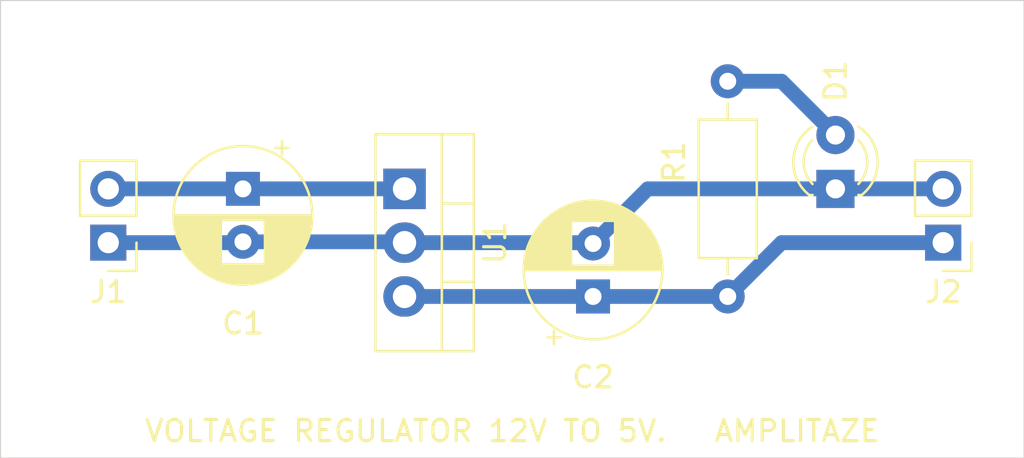
<source format=kicad_pcb>
(kicad_pcb (version 20171130) (host pcbnew "(5.1.10)-1")

  (general
    (thickness 1.6)
    (drawings 5)
    (tracks 17)
    (zones 0)
    (modules 7)
    (nets 5)
  )

  (page A4)
  (layers
    (0 F.Cu signal)
    (31 B.Cu signal)
    (32 B.Adhes user)
    (33 F.Adhes user)
    (34 B.Paste user)
    (35 F.Paste user)
    (36 B.SilkS user)
    (37 F.SilkS user)
    (38 B.Mask user)
    (39 F.Mask user)
    (40 Dwgs.User user)
    (41 Cmts.User user)
    (42 Eco1.User user)
    (43 Eco2.User user)
    (44 Edge.Cuts user)
    (45 Margin user)
    (46 B.CrtYd user)
    (47 F.CrtYd user hide)
    (48 B.Fab user)
    (49 F.Fab user hide)
  )

  (setup
    (last_trace_width 0.25)
    (user_trace_width 0.5)
    (user_trace_width 0.7)
    (trace_clearance 0.2)
    (zone_clearance 0.508)
    (zone_45_only no)
    (trace_min 0.2)
    (via_size 0.8)
    (via_drill 0.4)
    (via_min_size 0.4)
    (via_min_drill 0.3)
    (uvia_size 0.3)
    (uvia_drill 0.1)
    (uvias_allowed no)
    (uvia_min_size 0.2)
    (uvia_min_drill 0.1)
    (edge_width 0.05)
    (segment_width 0.2)
    (pcb_text_width 0.3)
    (pcb_text_size 1.5 1.5)
    (mod_edge_width 0.12)
    (mod_text_size 1 1)
    (mod_text_width 0.15)
    (pad_size 1.524 1.524)
    (pad_drill 0.762)
    (pad_to_mask_clearance 0)
    (aux_axis_origin 0 0)
    (visible_elements 7FFFFFFF)
    (pcbplotparams
      (layerselection 0x010fc_ffffffff)
      (usegerberextensions false)
      (usegerberattributes true)
      (usegerberadvancedattributes true)
      (creategerberjobfile true)
      (excludeedgelayer true)
      (linewidth 0.100000)
      (plotframeref false)
      (viasonmask false)
      (mode 1)
      (useauxorigin false)
      (hpglpennumber 1)
      (hpglpenspeed 20)
      (hpglpendiameter 15.000000)
      (psnegative false)
      (psa4output false)
      (plotreference true)
      (plotvalue true)
      (plotinvisibletext false)
      (padsonsilk false)
      (subtractmaskfromsilk false)
      (outputformat 1)
      (mirror false)
      (drillshape 1)
      (scaleselection 1)
      (outputdirectory ""))
  )

  (net 0 "")
  (net 1 GND)
  (net 2 +12V)
  (net 3 +5V)
  (net 4 "Net-(D1-Pad2)")

  (net_class Default "This is the default net class."
    (clearance 0.2)
    (trace_width 0.25)
    (via_dia 0.8)
    (via_drill 0.4)
    (uvia_dia 0.3)
    (uvia_drill 0.1)
    (add_net +12V)
    (add_net +5V)
    (add_net GND)
    (add_net "Net-(D1-Pad2)")
  )

  (module Capacitor_THT:CP_Radial_D6.3mm_P2.50mm (layer F.Cu) (tedit 5AE50EF0) (tstamp 60A95054)
    (at 120.65 91.44 270)
    (descr "CP, Radial series, Radial, pin pitch=2.50mm, , diameter=6.3mm, Electrolytic Capacitor")
    (tags "CP Radial series Radial pin pitch 2.50mm  diameter 6.3mm Electrolytic Capacitor")
    (path /60A8F510)
    (fp_text reference C1 (at 6.35 0 180) (layer F.SilkS)
      (effects (font (size 1 1) (thickness 0.15)))
    )
    (fp_text value CP1 (at 1.25 4.4 90) (layer F.Fab)
      (effects (font (size 1 1) (thickness 0.15)))
    )
    (fp_line (start -1.935241 -2.154) (end -1.935241 -1.524) (layer F.SilkS) (width 0.12))
    (fp_line (start -2.250241 -1.839) (end -1.620241 -1.839) (layer F.SilkS) (width 0.12))
    (fp_line (start 4.491 -0.402) (end 4.491 0.402) (layer F.SilkS) (width 0.12))
    (fp_line (start 4.451 -0.633) (end 4.451 0.633) (layer F.SilkS) (width 0.12))
    (fp_line (start 4.411 -0.802) (end 4.411 0.802) (layer F.SilkS) (width 0.12))
    (fp_line (start 4.371 -0.94) (end 4.371 0.94) (layer F.SilkS) (width 0.12))
    (fp_line (start 4.331 -1.059) (end 4.331 1.059) (layer F.SilkS) (width 0.12))
    (fp_line (start 4.291 -1.165) (end 4.291 1.165) (layer F.SilkS) (width 0.12))
    (fp_line (start 4.251 -1.262) (end 4.251 1.262) (layer F.SilkS) (width 0.12))
    (fp_line (start 4.211 -1.35) (end 4.211 1.35) (layer F.SilkS) (width 0.12))
    (fp_line (start 4.171 -1.432) (end 4.171 1.432) (layer F.SilkS) (width 0.12))
    (fp_line (start 4.131 -1.509) (end 4.131 1.509) (layer F.SilkS) (width 0.12))
    (fp_line (start 4.091 -1.581) (end 4.091 1.581) (layer F.SilkS) (width 0.12))
    (fp_line (start 4.051 -1.65) (end 4.051 1.65) (layer F.SilkS) (width 0.12))
    (fp_line (start 4.011 -1.714) (end 4.011 1.714) (layer F.SilkS) (width 0.12))
    (fp_line (start 3.971 -1.776) (end 3.971 1.776) (layer F.SilkS) (width 0.12))
    (fp_line (start 3.931 -1.834) (end 3.931 1.834) (layer F.SilkS) (width 0.12))
    (fp_line (start 3.891 -1.89) (end 3.891 1.89) (layer F.SilkS) (width 0.12))
    (fp_line (start 3.851 -1.944) (end 3.851 1.944) (layer F.SilkS) (width 0.12))
    (fp_line (start 3.811 -1.995) (end 3.811 1.995) (layer F.SilkS) (width 0.12))
    (fp_line (start 3.771 -2.044) (end 3.771 2.044) (layer F.SilkS) (width 0.12))
    (fp_line (start 3.731 -2.092) (end 3.731 2.092) (layer F.SilkS) (width 0.12))
    (fp_line (start 3.691 -2.137) (end 3.691 2.137) (layer F.SilkS) (width 0.12))
    (fp_line (start 3.651 -2.182) (end 3.651 2.182) (layer F.SilkS) (width 0.12))
    (fp_line (start 3.611 -2.224) (end 3.611 2.224) (layer F.SilkS) (width 0.12))
    (fp_line (start 3.571 -2.265) (end 3.571 2.265) (layer F.SilkS) (width 0.12))
    (fp_line (start 3.531 1.04) (end 3.531 2.305) (layer F.SilkS) (width 0.12))
    (fp_line (start 3.531 -2.305) (end 3.531 -1.04) (layer F.SilkS) (width 0.12))
    (fp_line (start 3.491 1.04) (end 3.491 2.343) (layer F.SilkS) (width 0.12))
    (fp_line (start 3.491 -2.343) (end 3.491 -1.04) (layer F.SilkS) (width 0.12))
    (fp_line (start 3.451 1.04) (end 3.451 2.38) (layer F.SilkS) (width 0.12))
    (fp_line (start 3.451 -2.38) (end 3.451 -1.04) (layer F.SilkS) (width 0.12))
    (fp_line (start 3.411 1.04) (end 3.411 2.416) (layer F.SilkS) (width 0.12))
    (fp_line (start 3.411 -2.416) (end 3.411 -1.04) (layer F.SilkS) (width 0.12))
    (fp_line (start 3.371 1.04) (end 3.371 2.45) (layer F.SilkS) (width 0.12))
    (fp_line (start 3.371 -2.45) (end 3.371 -1.04) (layer F.SilkS) (width 0.12))
    (fp_line (start 3.331 1.04) (end 3.331 2.484) (layer F.SilkS) (width 0.12))
    (fp_line (start 3.331 -2.484) (end 3.331 -1.04) (layer F.SilkS) (width 0.12))
    (fp_line (start 3.291 1.04) (end 3.291 2.516) (layer F.SilkS) (width 0.12))
    (fp_line (start 3.291 -2.516) (end 3.291 -1.04) (layer F.SilkS) (width 0.12))
    (fp_line (start 3.251 1.04) (end 3.251 2.548) (layer F.SilkS) (width 0.12))
    (fp_line (start 3.251 -2.548) (end 3.251 -1.04) (layer F.SilkS) (width 0.12))
    (fp_line (start 3.211 1.04) (end 3.211 2.578) (layer F.SilkS) (width 0.12))
    (fp_line (start 3.211 -2.578) (end 3.211 -1.04) (layer F.SilkS) (width 0.12))
    (fp_line (start 3.171 1.04) (end 3.171 2.607) (layer F.SilkS) (width 0.12))
    (fp_line (start 3.171 -2.607) (end 3.171 -1.04) (layer F.SilkS) (width 0.12))
    (fp_line (start 3.131 1.04) (end 3.131 2.636) (layer F.SilkS) (width 0.12))
    (fp_line (start 3.131 -2.636) (end 3.131 -1.04) (layer F.SilkS) (width 0.12))
    (fp_line (start 3.091 1.04) (end 3.091 2.664) (layer F.SilkS) (width 0.12))
    (fp_line (start 3.091 -2.664) (end 3.091 -1.04) (layer F.SilkS) (width 0.12))
    (fp_line (start 3.051 1.04) (end 3.051 2.69) (layer F.SilkS) (width 0.12))
    (fp_line (start 3.051 -2.69) (end 3.051 -1.04) (layer F.SilkS) (width 0.12))
    (fp_line (start 3.011 1.04) (end 3.011 2.716) (layer F.SilkS) (width 0.12))
    (fp_line (start 3.011 -2.716) (end 3.011 -1.04) (layer F.SilkS) (width 0.12))
    (fp_line (start 2.971 1.04) (end 2.971 2.742) (layer F.SilkS) (width 0.12))
    (fp_line (start 2.971 -2.742) (end 2.971 -1.04) (layer F.SilkS) (width 0.12))
    (fp_line (start 2.931 1.04) (end 2.931 2.766) (layer F.SilkS) (width 0.12))
    (fp_line (start 2.931 -2.766) (end 2.931 -1.04) (layer F.SilkS) (width 0.12))
    (fp_line (start 2.891 1.04) (end 2.891 2.79) (layer F.SilkS) (width 0.12))
    (fp_line (start 2.891 -2.79) (end 2.891 -1.04) (layer F.SilkS) (width 0.12))
    (fp_line (start 2.851 1.04) (end 2.851 2.812) (layer F.SilkS) (width 0.12))
    (fp_line (start 2.851 -2.812) (end 2.851 -1.04) (layer F.SilkS) (width 0.12))
    (fp_line (start 2.811 1.04) (end 2.811 2.834) (layer F.SilkS) (width 0.12))
    (fp_line (start 2.811 -2.834) (end 2.811 -1.04) (layer F.SilkS) (width 0.12))
    (fp_line (start 2.771 1.04) (end 2.771 2.856) (layer F.SilkS) (width 0.12))
    (fp_line (start 2.771 -2.856) (end 2.771 -1.04) (layer F.SilkS) (width 0.12))
    (fp_line (start 2.731 1.04) (end 2.731 2.876) (layer F.SilkS) (width 0.12))
    (fp_line (start 2.731 -2.876) (end 2.731 -1.04) (layer F.SilkS) (width 0.12))
    (fp_line (start 2.691 1.04) (end 2.691 2.896) (layer F.SilkS) (width 0.12))
    (fp_line (start 2.691 -2.896) (end 2.691 -1.04) (layer F.SilkS) (width 0.12))
    (fp_line (start 2.651 1.04) (end 2.651 2.916) (layer F.SilkS) (width 0.12))
    (fp_line (start 2.651 -2.916) (end 2.651 -1.04) (layer F.SilkS) (width 0.12))
    (fp_line (start 2.611 1.04) (end 2.611 2.934) (layer F.SilkS) (width 0.12))
    (fp_line (start 2.611 -2.934) (end 2.611 -1.04) (layer F.SilkS) (width 0.12))
    (fp_line (start 2.571 1.04) (end 2.571 2.952) (layer F.SilkS) (width 0.12))
    (fp_line (start 2.571 -2.952) (end 2.571 -1.04) (layer F.SilkS) (width 0.12))
    (fp_line (start 2.531 1.04) (end 2.531 2.97) (layer F.SilkS) (width 0.12))
    (fp_line (start 2.531 -2.97) (end 2.531 -1.04) (layer F.SilkS) (width 0.12))
    (fp_line (start 2.491 1.04) (end 2.491 2.986) (layer F.SilkS) (width 0.12))
    (fp_line (start 2.491 -2.986) (end 2.491 -1.04) (layer F.SilkS) (width 0.12))
    (fp_line (start 2.451 1.04) (end 2.451 3.002) (layer F.SilkS) (width 0.12))
    (fp_line (start 2.451 -3.002) (end 2.451 -1.04) (layer F.SilkS) (width 0.12))
    (fp_line (start 2.411 1.04) (end 2.411 3.018) (layer F.SilkS) (width 0.12))
    (fp_line (start 2.411 -3.018) (end 2.411 -1.04) (layer F.SilkS) (width 0.12))
    (fp_line (start 2.371 1.04) (end 2.371 3.033) (layer F.SilkS) (width 0.12))
    (fp_line (start 2.371 -3.033) (end 2.371 -1.04) (layer F.SilkS) (width 0.12))
    (fp_line (start 2.331 1.04) (end 2.331 3.047) (layer F.SilkS) (width 0.12))
    (fp_line (start 2.331 -3.047) (end 2.331 -1.04) (layer F.SilkS) (width 0.12))
    (fp_line (start 2.291 1.04) (end 2.291 3.061) (layer F.SilkS) (width 0.12))
    (fp_line (start 2.291 -3.061) (end 2.291 -1.04) (layer F.SilkS) (width 0.12))
    (fp_line (start 2.251 1.04) (end 2.251 3.074) (layer F.SilkS) (width 0.12))
    (fp_line (start 2.251 -3.074) (end 2.251 -1.04) (layer F.SilkS) (width 0.12))
    (fp_line (start 2.211 1.04) (end 2.211 3.086) (layer F.SilkS) (width 0.12))
    (fp_line (start 2.211 -3.086) (end 2.211 -1.04) (layer F.SilkS) (width 0.12))
    (fp_line (start 2.171 1.04) (end 2.171 3.098) (layer F.SilkS) (width 0.12))
    (fp_line (start 2.171 -3.098) (end 2.171 -1.04) (layer F.SilkS) (width 0.12))
    (fp_line (start 2.131 1.04) (end 2.131 3.11) (layer F.SilkS) (width 0.12))
    (fp_line (start 2.131 -3.11) (end 2.131 -1.04) (layer F.SilkS) (width 0.12))
    (fp_line (start 2.091 1.04) (end 2.091 3.121) (layer F.SilkS) (width 0.12))
    (fp_line (start 2.091 -3.121) (end 2.091 -1.04) (layer F.SilkS) (width 0.12))
    (fp_line (start 2.051 1.04) (end 2.051 3.131) (layer F.SilkS) (width 0.12))
    (fp_line (start 2.051 -3.131) (end 2.051 -1.04) (layer F.SilkS) (width 0.12))
    (fp_line (start 2.011 1.04) (end 2.011 3.141) (layer F.SilkS) (width 0.12))
    (fp_line (start 2.011 -3.141) (end 2.011 -1.04) (layer F.SilkS) (width 0.12))
    (fp_line (start 1.971 1.04) (end 1.971 3.15) (layer F.SilkS) (width 0.12))
    (fp_line (start 1.971 -3.15) (end 1.971 -1.04) (layer F.SilkS) (width 0.12))
    (fp_line (start 1.93 1.04) (end 1.93 3.159) (layer F.SilkS) (width 0.12))
    (fp_line (start 1.93 -3.159) (end 1.93 -1.04) (layer F.SilkS) (width 0.12))
    (fp_line (start 1.89 1.04) (end 1.89 3.167) (layer F.SilkS) (width 0.12))
    (fp_line (start 1.89 -3.167) (end 1.89 -1.04) (layer F.SilkS) (width 0.12))
    (fp_line (start 1.85 1.04) (end 1.85 3.175) (layer F.SilkS) (width 0.12))
    (fp_line (start 1.85 -3.175) (end 1.85 -1.04) (layer F.SilkS) (width 0.12))
    (fp_line (start 1.81 1.04) (end 1.81 3.182) (layer F.SilkS) (width 0.12))
    (fp_line (start 1.81 -3.182) (end 1.81 -1.04) (layer F.SilkS) (width 0.12))
    (fp_line (start 1.77 1.04) (end 1.77 3.189) (layer F.SilkS) (width 0.12))
    (fp_line (start 1.77 -3.189) (end 1.77 -1.04) (layer F.SilkS) (width 0.12))
    (fp_line (start 1.73 1.04) (end 1.73 3.195) (layer F.SilkS) (width 0.12))
    (fp_line (start 1.73 -3.195) (end 1.73 -1.04) (layer F.SilkS) (width 0.12))
    (fp_line (start 1.69 1.04) (end 1.69 3.201) (layer F.SilkS) (width 0.12))
    (fp_line (start 1.69 -3.201) (end 1.69 -1.04) (layer F.SilkS) (width 0.12))
    (fp_line (start 1.65 1.04) (end 1.65 3.206) (layer F.SilkS) (width 0.12))
    (fp_line (start 1.65 -3.206) (end 1.65 -1.04) (layer F.SilkS) (width 0.12))
    (fp_line (start 1.61 1.04) (end 1.61 3.211) (layer F.SilkS) (width 0.12))
    (fp_line (start 1.61 -3.211) (end 1.61 -1.04) (layer F.SilkS) (width 0.12))
    (fp_line (start 1.57 1.04) (end 1.57 3.215) (layer F.SilkS) (width 0.12))
    (fp_line (start 1.57 -3.215) (end 1.57 -1.04) (layer F.SilkS) (width 0.12))
    (fp_line (start 1.53 1.04) (end 1.53 3.218) (layer F.SilkS) (width 0.12))
    (fp_line (start 1.53 -3.218) (end 1.53 -1.04) (layer F.SilkS) (width 0.12))
    (fp_line (start 1.49 1.04) (end 1.49 3.222) (layer F.SilkS) (width 0.12))
    (fp_line (start 1.49 -3.222) (end 1.49 -1.04) (layer F.SilkS) (width 0.12))
    (fp_line (start 1.45 -3.224) (end 1.45 3.224) (layer F.SilkS) (width 0.12))
    (fp_line (start 1.41 -3.227) (end 1.41 3.227) (layer F.SilkS) (width 0.12))
    (fp_line (start 1.37 -3.228) (end 1.37 3.228) (layer F.SilkS) (width 0.12))
    (fp_line (start 1.33 -3.23) (end 1.33 3.23) (layer F.SilkS) (width 0.12))
    (fp_line (start 1.29 -3.23) (end 1.29 3.23) (layer F.SilkS) (width 0.12))
    (fp_line (start 1.25 -3.23) (end 1.25 3.23) (layer F.SilkS) (width 0.12))
    (fp_line (start -1.128972 -1.6885) (end -1.128972 -1.0585) (layer F.Fab) (width 0.1))
    (fp_line (start -1.443972 -1.3735) (end -0.813972 -1.3735) (layer F.Fab) (width 0.1))
    (fp_circle (center 1.25 0) (end 4.65 0) (layer F.CrtYd) (width 0.05))
    (fp_circle (center 1.25 0) (end 4.52 0) (layer F.SilkS) (width 0.12))
    (fp_circle (center 1.25 0) (end 4.4 0) (layer F.Fab) (width 0.1))
    (fp_text user %R (at 1.25 0 90) (layer F.Fab)
      (effects (font (size 1 1) (thickness 0.15)))
    )
    (pad 2 thru_hole circle (at 2.5 0 270) (size 1.6 1.6) (drill 0.8) (layers *.Cu *.Mask)
      (net 1 GND))
    (pad 1 thru_hole rect (at 0 0 270) (size 1.6 1.6) (drill 0.8) (layers *.Cu *.Mask)
      (net 2 +12V))
    (model ${KISYS3DMOD}/Capacitor_THT.3dshapes/CP_Radial_D6.3mm_P2.50mm.wrl
      (at (xyz 0 0 0))
      (scale (xyz 1 1 1))
      (rotate (xyz 0 0 0))
    )
  )

  (module Capacitor_THT:CP_Radial_D6.3mm_P2.50mm (layer F.Cu) (tedit 5AE50EF0) (tstamp 60A950E8)
    (at 137.16 96.52 90)
    (descr "CP, Radial series, Radial, pin pitch=2.50mm, , diameter=6.3mm, Electrolytic Capacitor")
    (tags "CP Radial series Radial pin pitch 2.50mm  diameter 6.3mm Electrolytic Capacitor")
    (path /60A9096D)
    (fp_text reference C2 (at -3.81 0 180) (layer F.SilkS)
      (effects (font (size 1 1) (thickness 0.15)))
    )
    (fp_text value CP1 (at 1.25 4.4 90) (layer F.Fab)
      (effects (font (size 1 1) (thickness 0.15)))
    )
    (fp_circle (center 1.25 0) (end 4.4 0) (layer F.Fab) (width 0.1))
    (fp_circle (center 1.25 0) (end 4.52 0) (layer F.SilkS) (width 0.12))
    (fp_circle (center 1.25 0) (end 4.65 0) (layer F.CrtYd) (width 0.05))
    (fp_line (start -1.443972 -1.3735) (end -0.813972 -1.3735) (layer F.Fab) (width 0.1))
    (fp_line (start -1.128972 -1.6885) (end -1.128972 -1.0585) (layer F.Fab) (width 0.1))
    (fp_line (start 1.25 -3.23) (end 1.25 3.23) (layer F.SilkS) (width 0.12))
    (fp_line (start 1.29 -3.23) (end 1.29 3.23) (layer F.SilkS) (width 0.12))
    (fp_line (start 1.33 -3.23) (end 1.33 3.23) (layer F.SilkS) (width 0.12))
    (fp_line (start 1.37 -3.228) (end 1.37 3.228) (layer F.SilkS) (width 0.12))
    (fp_line (start 1.41 -3.227) (end 1.41 3.227) (layer F.SilkS) (width 0.12))
    (fp_line (start 1.45 -3.224) (end 1.45 3.224) (layer F.SilkS) (width 0.12))
    (fp_line (start 1.49 -3.222) (end 1.49 -1.04) (layer F.SilkS) (width 0.12))
    (fp_line (start 1.49 1.04) (end 1.49 3.222) (layer F.SilkS) (width 0.12))
    (fp_line (start 1.53 -3.218) (end 1.53 -1.04) (layer F.SilkS) (width 0.12))
    (fp_line (start 1.53 1.04) (end 1.53 3.218) (layer F.SilkS) (width 0.12))
    (fp_line (start 1.57 -3.215) (end 1.57 -1.04) (layer F.SilkS) (width 0.12))
    (fp_line (start 1.57 1.04) (end 1.57 3.215) (layer F.SilkS) (width 0.12))
    (fp_line (start 1.61 -3.211) (end 1.61 -1.04) (layer F.SilkS) (width 0.12))
    (fp_line (start 1.61 1.04) (end 1.61 3.211) (layer F.SilkS) (width 0.12))
    (fp_line (start 1.65 -3.206) (end 1.65 -1.04) (layer F.SilkS) (width 0.12))
    (fp_line (start 1.65 1.04) (end 1.65 3.206) (layer F.SilkS) (width 0.12))
    (fp_line (start 1.69 -3.201) (end 1.69 -1.04) (layer F.SilkS) (width 0.12))
    (fp_line (start 1.69 1.04) (end 1.69 3.201) (layer F.SilkS) (width 0.12))
    (fp_line (start 1.73 -3.195) (end 1.73 -1.04) (layer F.SilkS) (width 0.12))
    (fp_line (start 1.73 1.04) (end 1.73 3.195) (layer F.SilkS) (width 0.12))
    (fp_line (start 1.77 -3.189) (end 1.77 -1.04) (layer F.SilkS) (width 0.12))
    (fp_line (start 1.77 1.04) (end 1.77 3.189) (layer F.SilkS) (width 0.12))
    (fp_line (start 1.81 -3.182) (end 1.81 -1.04) (layer F.SilkS) (width 0.12))
    (fp_line (start 1.81 1.04) (end 1.81 3.182) (layer F.SilkS) (width 0.12))
    (fp_line (start 1.85 -3.175) (end 1.85 -1.04) (layer F.SilkS) (width 0.12))
    (fp_line (start 1.85 1.04) (end 1.85 3.175) (layer F.SilkS) (width 0.12))
    (fp_line (start 1.89 -3.167) (end 1.89 -1.04) (layer F.SilkS) (width 0.12))
    (fp_line (start 1.89 1.04) (end 1.89 3.167) (layer F.SilkS) (width 0.12))
    (fp_line (start 1.93 -3.159) (end 1.93 -1.04) (layer F.SilkS) (width 0.12))
    (fp_line (start 1.93 1.04) (end 1.93 3.159) (layer F.SilkS) (width 0.12))
    (fp_line (start 1.971 -3.15) (end 1.971 -1.04) (layer F.SilkS) (width 0.12))
    (fp_line (start 1.971 1.04) (end 1.971 3.15) (layer F.SilkS) (width 0.12))
    (fp_line (start 2.011 -3.141) (end 2.011 -1.04) (layer F.SilkS) (width 0.12))
    (fp_line (start 2.011 1.04) (end 2.011 3.141) (layer F.SilkS) (width 0.12))
    (fp_line (start 2.051 -3.131) (end 2.051 -1.04) (layer F.SilkS) (width 0.12))
    (fp_line (start 2.051 1.04) (end 2.051 3.131) (layer F.SilkS) (width 0.12))
    (fp_line (start 2.091 -3.121) (end 2.091 -1.04) (layer F.SilkS) (width 0.12))
    (fp_line (start 2.091 1.04) (end 2.091 3.121) (layer F.SilkS) (width 0.12))
    (fp_line (start 2.131 -3.11) (end 2.131 -1.04) (layer F.SilkS) (width 0.12))
    (fp_line (start 2.131 1.04) (end 2.131 3.11) (layer F.SilkS) (width 0.12))
    (fp_line (start 2.171 -3.098) (end 2.171 -1.04) (layer F.SilkS) (width 0.12))
    (fp_line (start 2.171 1.04) (end 2.171 3.098) (layer F.SilkS) (width 0.12))
    (fp_line (start 2.211 -3.086) (end 2.211 -1.04) (layer F.SilkS) (width 0.12))
    (fp_line (start 2.211 1.04) (end 2.211 3.086) (layer F.SilkS) (width 0.12))
    (fp_line (start 2.251 -3.074) (end 2.251 -1.04) (layer F.SilkS) (width 0.12))
    (fp_line (start 2.251 1.04) (end 2.251 3.074) (layer F.SilkS) (width 0.12))
    (fp_line (start 2.291 -3.061) (end 2.291 -1.04) (layer F.SilkS) (width 0.12))
    (fp_line (start 2.291 1.04) (end 2.291 3.061) (layer F.SilkS) (width 0.12))
    (fp_line (start 2.331 -3.047) (end 2.331 -1.04) (layer F.SilkS) (width 0.12))
    (fp_line (start 2.331 1.04) (end 2.331 3.047) (layer F.SilkS) (width 0.12))
    (fp_line (start 2.371 -3.033) (end 2.371 -1.04) (layer F.SilkS) (width 0.12))
    (fp_line (start 2.371 1.04) (end 2.371 3.033) (layer F.SilkS) (width 0.12))
    (fp_line (start 2.411 -3.018) (end 2.411 -1.04) (layer F.SilkS) (width 0.12))
    (fp_line (start 2.411 1.04) (end 2.411 3.018) (layer F.SilkS) (width 0.12))
    (fp_line (start 2.451 -3.002) (end 2.451 -1.04) (layer F.SilkS) (width 0.12))
    (fp_line (start 2.451 1.04) (end 2.451 3.002) (layer F.SilkS) (width 0.12))
    (fp_line (start 2.491 -2.986) (end 2.491 -1.04) (layer F.SilkS) (width 0.12))
    (fp_line (start 2.491 1.04) (end 2.491 2.986) (layer F.SilkS) (width 0.12))
    (fp_line (start 2.531 -2.97) (end 2.531 -1.04) (layer F.SilkS) (width 0.12))
    (fp_line (start 2.531 1.04) (end 2.531 2.97) (layer F.SilkS) (width 0.12))
    (fp_line (start 2.571 -2.952) (end 2.571 -1.04) (layer F.SilkS) (width 0.12))
    (fp_line (start 2.571 1.04) (end 2.571 2.952) (layer F.SilkS) (width 0.12))
    (fp_line (start 2.611 -2.934) (end 2.611 -1.04) (layer F.SilkS) (width 0.12))
    (fp_line (start 2.611 1.04) (end 2.611 2.934) (layer F.SilkS) (width 0.12))
    (fp_line (start 2.651 -2.916) (end 2.651 -1.04) (layer F.SilkS) (width 0.12))
    (fp_line (start 2.651 1.04) (end 2.651 2.916) (layer F.SilkS) (width 0.12))
    (fp_line (start 2.691 -2.896) (end 2.691 -1.04) (layer F.SilkS) (width 0.12))
    (fp_line (start 2.691 1.04) (end 2.691 2.896) (layer F.SilkS) (width 0.12))
    (fp_line (start 2.731 -2.876) (end 2.731 -1.04) (layer F.SilkS) (width 0.12))
    (fp_line (start 2.731 1.04) (end 2.731 2.876) (layer F.SilkS) (width 0.12))
    (fp_line (start 2.771 -2.856) (end 2.771 -1.04) (layer F.SilkS) (width 0.12))
    (fp_line (start 2.771 1.04) (end 2.771 2.856) (layer F.SilkS) (width 0.12))
    (fp_line (start 2.811 -2.834) (end 2.811 -1.04) (layer F.SilkS) (width 0.12))
    (fp_line (start 2.811 1.04) (end 2.811 2.834) (layer F.SilkS) (width 0.12))
    (fp_line (start 2.851 -2.812) (end 2.851 -1.04) (layer F.SilkS) (width 0.12))
    (fp_line (start 2.851 1.04) (end 2.851 2.812) (layer F.SilkS) (width 0.12))
    (fp_line (start 2.891 -2.79) (end 2.891 -1.04) (layer F.SilkS) (width 0.12))
    (fp_line (start 2.891 1.04) (end 2.891 2.79) (layer F.SilkS) (width 0.12))
    (fp_line (start 2.931 -2.766) (end 2.931 -1.04) (layer F.SilkS) (width 0.12))
    (fp_line (start 2.931 1.04) (end 2.931 2.766) (layer F.SilkS) (width 0.12))
    (fp_line (start 2.971 -2.742) (end 2.971 -1.04) (layer F.SilkS) (width 0.12))
    (fp_line (start 2.971 1.04) (end 2.971 2.742) (layer F.SilkS) (width 0.12))
    (fp_line (start 3.011 -2.716) (end 3.011 -1.04) (layer F.SilkS) (width 0.12))
    (fp_line (start 3.011 1.04) (end 3.011 2.716) (layer F.SilkS) (width 0.12))
    (fp_line (start 3.051 -2.69) (end 3.051 -1.04) (layer F.SilkS) (width 0.12))
    (fp_line (start 3.051 1.04) (end 3.051 2.69) (layer F.SilkS) (width 0.12))
    (fp_line (start 3.091 -2.664) (end 3.091 -1.04) (layer F.SilkS) (width 0.12))
    (fp_line (start 3.091 1.04) (end 3.091 2.664) (layer F.SilkS) (width 0.12))
    (fp_line (start 3.131 -2.636) (end 3.131 -1.04) (layer F.SilkS) (width 0.12))
    (fp_line (start 3.131 1.04) (end 3.131 2.636) (layer F.SilkS) (width 0.12))
    (fp_line (start 3.171 -2.607) (end 3.171 -1.04) (layer F.SilkS) (width 0.12))
    (fp_line (start 3.171 1.04) (end 3.171 2.607) (layer F.SilkS) (width 0.12))
    (fp_line (start 3.211 -2.578) (end 3.211 -1.04) (layer F.SilkS) (width 0.12))
    (fp_line (start 3.211 1.04) (end 3.211 2.578) (layer F.SilkS) (width 0.12))
    (fp_line (start 3.251 -2.548) (end 3.251 -1.04) (layer F.SilkS) (width 0.12))
    (fp_line (start 3.251 1.04) (end 3.251 2.548) (layer F.SilkS) (width 0.12))
    (fp_line (start 3.291 -2.516) (end 3.291 -1.04) (layer F.SilkS) (width 0.12))
    (fp_line (start 3.291 1.04) (end 3.291 2.516) (layer F.SilkS) (width 0.12))
    (fp_line (start 3.331 -2.484) (end 3.331 -1.04) (layer F.SilkS) (width 0.12))
    (fp_line (start 3.331 1.04) (end 3.331 2.484) (layer F.SilkS) (width 0.12))
    (fp_line (start 3.371 -2.45) (end 3.371 -1.04) (layer F.SilkS) (width 0.12))
    (fp_line (start 3.371 1.04) (end 3.371 2.45) (layer F.SilkS) (width 0.12))
    (fp_line (start 3.411 -2.416) (end 3.411 -1.04) (layer F.SilkS) (width 0.12))
    (fp_line (start 3.411 1.04) (end 3.411 2.416) (layer F.SilkS) (width 0.12))
    (fp_line (start 3.451 -2.38) (end 3.451 -1.04) (layer F.SilkS) (width 0.12))
    (fp_line (start 3.451 1.04) (end 3.451 2.38) (layer F.SilkS) (width 0.12))
    (fp_line (start 3.491 -2.343) (end 3.491 -1.04) (layer F.SilkS) (width 0.12))
    (fp_line (start 3.491 1.04) (end 3.491 2.343) (layer F.SilkS) (width 0.12))
    (fp_line (start 3.531 -2.305) (end 3.531 -1.04) (layer F.SilkS) (width 0.12))
    (fp_line (start 3.531 1.04) (end 3.531 2.305) (layer F.SilkS) (width 0.12))
    (fp_line (start 3.571 -2.265) (end 3.571 2.265) (layer F.SilkS) (width 0.12))
    (fp_line (start 3.611 -2.224) (end 3.611 2.224) (layer F.SilkS) (width 0.12))
    (fp_line (start 3.651 -2.182) (end 3.651 2.182) (layer F.SilkS) (width 0.12))
    (fp_line (start 3.691 -2.137) (end 3.691 2.137) (layer F.SilkS) (width 0.12))
    (fp_line (start 3.731 -2.092) (end 3.731 2.092) (layer F.SilkS) (width 0.12))
    (fp_line (start 3.771 -2.044) (end 3.771 2.044) (layer F.SilkS) (width 0.12))
    (fp_line (start 3.811 -1.995) (end 3.811 1.995) (layer F.SilkS) (width 0.12))
    (fp_line (start 3.851 -1.944) (end 3.851 1.944) (layer F.SilkS) (width 0.12))
    (fp_line (start 3.891 -1.89) (end 3.891 1.89) (layer F.SilkS) (width 0.12))
    (fp_line (start 3.931 -1.834) (end 3.931 1.834) (layer F.SilkS) (width 0.12))
    (fp_line (start 3.971 -1.776) (end 3.971 1.776) (layer F.SilkS) (width 0.12))
    (fp_line (start 4.011 -1.714) (end 4.011 1.714) (layer F.SilkS) (width 0.12))
    (fp_line (start 4.051 -1.65) (end 4.051 1.65) (layer F.SilkS) (width 0.12))
    (fp_line (start 4.091 -1.581) (end 4.091 1.581) (layer F.SilkS) (width 0.12))
    (fp_line (start 4.131 -1.509) (end 4.131 1.509) (layer F.SilkS) (width 0.12))
    (fp_line (start 4.171 -1.432) (end 4.171 1.432) (layer F.SilkS) (width 0.12))
    (fp_line (start 4.211 -1.35) (end 4.211 1.35) (layer F.SilkS) (width 0.12))
    (fp_line (start 4.251 -1.262) (end 4.251 1.262) (layer F.SilkS) (width 0.12))
    (fp_line (start 4.291 -1.165) (end 4.291 1.165) (layer F.SilkS) (width 0.12))
    (fp_line (start 4.331 -1.059) (end 4.331 1.059) (layer F.SilkS) (width 0.12))
    (fp_line (start 4.371 -0.94) (end 4.371 0.94) (layer F.SilkS) (width 0.12))
    (fp_line (start 4.411 -0.802) (end 4.411 0.802) (layer F.SilkS) (width 0.12))
    (fp_line (start 4.451 -0.633) (end 4.451 0.633) (layer F.SilkS) (width 0.12))
    (fp_line (start 4.491 -0.402) (end 4.491 0.402) (layer F.SilkS) (width 0.12))
    (fp_line (start -2.250241 -1.839) (end -1.620241 -1.839) (layer F.SilkS) (width 0.12))
    (fp_line (start -1.935241 -2.154) (end -1.935241 -1.524) (layer F.SilkS) (width 0.12))
    (fp_text user %R (at 1.25 0 90) (layer F.Fab)
      (effects (font (size 1 1) (thickness 0.15)))
    )
    (pad 1 thru_hole rect (at 0 0 90) (size 1.6 1.6) (drill 0.8) (layers *.Cu *.Mask)
      (net 3 +5V))
    (pad 2 thru_hole circle (at 2.5 0 90) (size 1.6 1.6) (drill 0.8) (layers *.Cu *.Mask)
      (net 1 GND))
    (model ${KISYS3DMOD}/Capacitor_THT.3dshapes/CP_Radial_D6.3mm_P2.50mm.wrl
      (at (xyz 0 0 0))
      (scale (xyz 1 1 1))
      (rotate (xyz 0 0 0))
    )
  )

  (module LED_THT:LED_D3.0mm (layer F.Cu) (tedit 587A3A7B) (tstamp 60A950FB)
    (at 148.59 91.44 90)
    (descr "LED, diameter 3.0mm, 2 pins")
    (tags "LED diameter 3.0mm 2 pins")
    (path /60A91797)
    (fp_text reference D1 (at 5.08 0 90) (layer F.SilkS)
      (effects (font (size 1 1) (thickness 0.15)))
    )
    (fp_text value LED (at 1.27 2.96 90) (layer F.Fab)
      (effects (font (size 1 1) (thickness 0.15)))
    )
    (fp_circle (center 1.27 0) (end 2.77 0) (layer F.Fab) (width 0.1))
    (fp_line (start -0.23 -1.16619) (end -0.23 1.16619) (layer F.Fab) (width 0.1))
    (fp_line (start -0.29 -1.236) (end -0.29 -1.08) (layer F.SilkS) (width 0.12))
    (fp_line (start -0.29 1.08) (end -0.29 1.236) (layer F.SilkS) (width 0.12))
    (fp_line (start -1.15 -2.25) (end -1.15 2.25) (layer F.CrtYd) (width 0.05))
    (fp_line (start -1.15 2.25) (end 3.7 2.25) (layer F.CrtYd) (width 0.05))
    (fp_line (start 3.7 2.25) (end 3.7 -2.25) (layer F.CrtYd) (width 0.05))
    (fp_line (start 3.7 -2.25) (end -1.15 -2.25) (layer F.CrtYd) (width 0.05))
    (fp_arc (start 1.27 0) (end -0.23 -1.16619) (angle 284.3) (layer F.Fab) (width 0.1))
    (fp_arc (start 1.27 0) (end -0.29 -1.235516) (angle 108.8) (layer F.SilkS) (width 0.12))
    (fp_arc (start 1.27 0) (end -0.29 1.235516) (angle -108.8) (layer F.SilkS) (width 0.12))
    (fp_arc (start 1.27 0) (end 0.229039 -1.08) (angle 87.9) (layer F.SilkS) (width 0.12))
    (fp_arc (start 1.27 0) (end 0.229039 1.08) (angle -87.9) (layer F.SilkS) (width 0.12))
    (pad 1 thru_hole rect (at 0 0 90) (size 1.8 1.8) (drill 0.9) (layers *.Cu *.Mask)
      (net 1 GND))
    (pad 2 thru_hole circle (at 2.54 0 90) (size 1.8 1.8) (drill 0.9) (layers *.Cu *.Mask)
      (net 4 "Net-(D1-Pad2)"))
    (model ${KISYS3DMOD}/LED_THT.3dshapes/LED_D3.0mm.wrl
      (at (xyz 0 0 0))
      (scale (xyz 1 1 1))
      (rotate (xyz 0 0 0))
    )
  )

  (module Connector_PinHeader_2.54mm:PinHeader_1x02_P2.54mm_Vertical (layer F.Cu) (tedit 59FED5CC) (tstamp 60A95111)
    (at 114.3 93.98 180)
    (descr "Through hole straight pin header, 1x02, 2.54mm pitch, single row")
    (tags "Through hole pin header THT 1x02 2.54mm single row")
    (path /60A92DE5)
    (fp_text reference J1 (at 0 -2.33) (layer F.SilkS)
      (effects (font (size 1 1) (thickness 0.15)))
    )
    (fp_text value Conn_01x02 (at 0 4.87) (layer F.Fab)
      (effects (font (size 1 1) (thickness 0.15)))
    )
    (fp_line (start 1.8 -1.8) (end -1.8 -1.8) (layer F.CrtYd) (width 0.05))
    (fp_line (start 1.8 4.35) (end 1.8 -1.8) (layer F.CrtYd) (width 0.05))
    (fp_line (start -1.8 4.35) (end 1.8 4.35) (layer F.CrtYd) (width 0.05))
    (fp_line (start -1.8 -1.8) (end -1.8 4.35) (layer F.CrtYd) (width 0.05))
    (fp_line (start -1.33 -1.33) (end 0 -1.33) (layer F.SilkS) (width 0.12))
    (fp_line (start -1.33 0) (end -1.33 -1.33) (layer F.SilkS) (width 0.12))
    (fp_line (start -1.33 1.27) (end 1.33 1.27) (layer F.SilkS) (width 0.12))
    (fp_line (start 1.33 1.27) (end 1.33 3.87) (layer F.SilkS) (width 0.12))
    (fp_line (start -1.33 1.27) (end -1.33 3.87) (layer F.SilkS) (width 0.12))
    (fp_line (start -1.33 3.87) (end 1.33 3.87) (layer F.SilkS) (width 0.12))
    (fp_line (start -1.27 -0.635) (end -0.635 -1.27) (layer F.Fab) (width 0.1))
    (fp_line (start -1.27 3.81) (end -1.27 -0.635) (layer F.Fab) (width 0.1))
    (fp_line (start 1.27 3.81) (end -1.27 3.81) (layer F.Fab) (width 0.1))
    (fp_line (start 1.27 -1.27) (end 1.27 3.81) (layer F.Fab) (width 0.1))
    (fp_line (start -0.635 -1.27) (end 1.27 -1.27) (layer F.Fab) (width 0.1))
    (fp_text user %R (at 0 1.27 90) (layer F.Fab)
      (effects (font (size 1 1) (thickness 0.15)))
    )
    (pad 2 thru_hole oval (at 0 2.54 180) (size 1.7 1.7) (drill 1) (layers *.Cu *.Mask)
      (net 2 +12V))
    (pad 1 thru_hole rect (at 0 0 180) (size 1.7 1.7) (drill 1) (layers *.Cu *.Mask)
      (net 1 GND))
    (model ${KISYS3DMOD}/Connector_PinHeader_2.54mm.3dshapes/PinHeader_1x02_P2.54mm_Vertical.wrl
      (at (xyz 0 0 0))
      (scale (xyz 1 1 1))
      (rotate (xyz 0 0 0))
    )
  )

  (module Connector_PinHeader_2.54mm:PinHeader_1x02_P2.54mm_Vertical (layer F.Cu) (tedit 59FED5CC) (tstamp 60A95127)
    (at 153.67 93.98 180)
    (descr "Through hole straight pin header, 1x02, 2.54mm pitch, single row")
    (tags "Through hole pin header THT 1x02 2.54mm single row")
    (path /60A93330)
    (fp_text reference J2 (at 0 -2.33) (layer F.SilkS)
      (effects (font (size 1 1) (thickness 0.15)))
    )
    (fp_text value Conn_01x02 (at 0 4.87) (layer F.Fab)
      (effects (font (size 1 1) (thickness 0.15)))
    )
    (fp_line (start -0.635 -1.27) (end 1.27 -1.27) (layer F.Fab) (width 0.1))
    (fp_line (start 1.27 -1.27) (end 1.27 3.81) (layer F.Fab) (width 0.1))
    (fp_line (start 1.27 3.81) (end -1.27 3.81) (layer F.Fab) (width 0.1))
    (fp_line (start -1.27 3.81) (end -1.27 -0.635) (layer F.Fab) (width 0.1))
    (fp_line (start -1.27 -0.635) (end -0.635 -1.27) (layer F.Fab) (width 0.1))
    (fp_line (start -1.33 3.87) (end 1.33 3.87) (layer F.SilkS) (width 0.12))
    (fp_line (start -1.33 1.27) (end -1.33 3.87) (layer F.SilkS) (width 0.12))
    (fp_line (start 1.33 1.27) (end 1.33 3.87) (layer F.SilkS) (width 0.12))
    (fp_line (start -1.33 1.27) (end 1.33 1.27) (layer F.SilkS) (width 0.12))
    (fp_line (start -1.33 0) (end -1.33 -1.33) (layer F.SilkS) (width 0.12))
    (fp_line (start -1.33 -1.33) (end 0 -1.33) (layer F.SilkS) (width 0.12))
    (fp_line (start -1.8 -1.8) (end -1.8 4.35) (layer F.CrtYd) (width 0.05))
    (fp_line (start -1.8 4.35) (end 1.8 4.35) (layer F.CrtYd) (width 0.05))
    (fp_line (start 1.8 4.35) (end 1.8 -1.8) (layer F.CrtYd) (width 0.05))
    (fp_line (start 1.8 -1.8) (end -1.8 -1.8) (layer F.CrtYd) (width 0.05))
    (fp_text user %R (at 0 1.27 90) (layer F.Fab)
      (effects (font (size 1 1) (thickness 0.15)))
    )
    (pad 1 thru_hole rect (at 0 0 180) (size 1.7 1.7) (drill 1) (layers *.Cu *.Mask)
      (net 3 +5V))
    (pad 2 thru_hole oval (at 0 2.54 180) (size 1.7 1.7) (drill 1) (layers *.Cu *.Mask)
      (net 1 GND))
    (model ${KISYS3DMOD}/Connector_PinHeader_2.54mm.3dshapes/PinHeader_1x02_P2.54mm_Vertical.wrl
      (at (xyz 0 0 0))
      (scale (xyz 1 1 1))
      (rotate (xyz 0 0 0))
    )
  )

  (module Resistor_THT:R_Axial_DIN0207_L6.3mm_D2.5mm_P10.16mm_Horizontal (layer F.Cu) (tedit 5AE5139B) (tstamp 60A9513E)
    (at 143.51 86.36 270)
    (descr "Resistor, Axial_DIN0207 series, Axial, Horizontal, pin pitch=10.16mm, 0.25W = 1/4W, length*diameter=6.3*2.5mm^2, http://cdn-reichelt.de/documents/datenblatt/B400/1_4W%23YAG.pdf")
    (tags "Resistor Axial_DIN0207 series Axial Horizontal pin pitch 10.16mm 0.25W = 1/4W length 6.3mm diameter 2.5mm")
    (path /60A91166)
    (fp_text reference R1 (at 3.81 2.54 90) (layer F.SilkS)
      (effects (font (size 1 1) (thickness 0.15)))
    )
    (fp_text value R (at 5.08 2.37 90) (layer F.Fab)
      (effects (font (size 1 1) (thickness 0.15)))
    )
    (fp_line (start 1.93 -1.25) (end 1.93 1.25) (layer F.Fab) (width 0.1))
    (fp_line (start 1.93 1.25) (end 8.23 1.25) (layer F.Fab) (width 0.1))
    (fp_line (start 8.23 1.25) (end 8.23 -1.25) (layer F.Fab) (width 0.1))
    (fp_line (start 8.23 -1.25) (end 1.93 -1.25) (layer F.Fab) (width 0.1))
    (fp_line (start 0 0) (end 1.93 0) (layer F.Fab) (width 0.1))
    (fp_line (start 10.16 0) (end 8.23 0) (layer F.Fab) (width 0.1))
    (fp_line (start 1.81 -1.37) (end 1.81 1.37) (layer F.SilkS) (width 0.12))
    (fp_line (start 1.81 1.37) (end 8.35 1.37) (layer F.SilkS) (width 0.12))
    (fp_line (start 8.35 1.37) (end 8.35 -1.37) (layer F.SilkS) (width 0.12))
    (fp_line (start 8.35 -1.37) (end 1.81 -1.37) (layer F.SilkS) (width 0.12))
    (fp_line (start 1.04 0) (end 1.81 0) (layer F.SilkS) (width 0.12))
    (fp_line (start 9.12 0) (end 8.35 0) (layer F.SilkS) (width 0.12))
    (fp_line (start -1.05 -1.5) (end -1.05 1.5) (layer F.CrtYd) (width 0.05))
    (fp_line (start -1.05 1.5) (end 11.21 1.5) (layer F.CrtYd) (width 0.05))
    (fp_line (start 11.21 1.5) (end 11.21 -1.5) (layer F.CrtYd) (width 0.05))
    (fp_line (start 11.21 -1.5) (end -1.05 -1.5) (layer F.CrtYd) (width 0.05))
    (fp_text user %R (at 5.08 0 90) (layer F.Fab)
      (effects (font (size 1 1) (thickness 0.15)))
    )
    (pad 1 thru_hole circle (at 0 0 270) (size 1.6 1.6) (drill 0.8) (layers *.Cu *.Mask)
      (net 4 "Net-(D1-Pad2)"))
    (pad 2 thru_hole oval (at 10.16 0 270) (size 1.6 1.6) (drill 0.8) (layers *.Cu *.Mask)
      (net 3 +5V))
    (model ${KISYS3DMOD}/Resistor_THT.3dshapes/R_Axial_DIN0207_L6.3mm_D2.5mm_P10.16mm_Horizontal.wrl
      (at (xyz 0 0 0))
      (scale (xyz 1 1 1))
      (rotate (xyz 0 0 0))
    )
  )

  (module Package_TO_SOT_THT:TO-220-3_Vertical (layer F.Cu) (tedit 5AC8BA0D) (tstamp 60A95158)
    (at 128.27 91.44 270)
    (descr "TO-220-3, Vertical, RM 2.54mm, see https://www.vishay.com/docs/66542/to-220-1.pdf")
    (tags "TO-220-3 Vertical RM 2.54mm")
    (path /60A8E640)
    (fp_text reference U1 (at 2.54 -4.27 90) (layer F.SilkS)
      (effects (font (size 1 1) (thickness 0.15)))
    )
    (fp_text value LM78M05_TO220 (at 2.54 2.5 90) (layer F.Fab)
      (effects (font (size 1 1) (thickness 0.15)))
    )
    (fp_line (start -2.46 -3.15) (end -2.46 1.25) (layer F.Fab) (width 0.1))
    (fp_line (start -2.46 1.25) (end 7.54 1.25) (layer F.Fab) (width 0.1))
    (fp_line (start 7.54 1.25) (end 7.54 -3.15) (layer F.Fab) (width 0.1))
    (fp_line (start 7.54 -3.15) (end -2.46 -3.15) (layer F.Fab) (width 0.1))
    (fp_line (start -2.46 -1.88) (end 7.54 -1.88) (layer F.Fab) (width 0.1))
    (fp_line (start 0.69 -3.15) (end 0.69 -1.88) (layer F.Fab) (width 0.1))
    (fp_line (start 4.39 -3.15) (end 4.39 -1.88) (layer F.Fab) (width 0.1))
    (fp_line (start -2.58 -3.27) (end 7.66 -3.27) (layer F.SilkS) (width 0.12))
    (fp_line (start -2.58 1.371) (end 7.66 1.371) (layer F.SilkS) (width 0.12))
    (fp_line (start -2.58 -3.27) (end -2.58 1.371) (layer F.SilkS) (width 0.12))
    (fp_line (start 7.66 -3.27) (end 7.66 1.371) (layer F.SilkS) (width 0.12))
    (fp_line (start -2.58 -1.76) (end 7.66 -1.76) (layer F.SilkS) (width 0.12))
    (fp_line (start 0.69 -3.27) (end 0.69 -1.76) (layer F.SilkS) (width 0.12))
    (fp_line (start 4.391 -3.27) (end 4.391 -1.76) (layer F.SilkS) (width 0.12))
    (fp_line (start -2.71 -3.4) (end -2.71 1.51) (layer F.CrtYd) (width 0.05))
    (fp_line (start -2.71 1.51) (end 7.79 1.51) (layer F.CrtYd) (width 0.05))
    (fp_line (start 7.79 1.51) (end 7.79 -3.4) (layer F.CrtYd) (width 0.05))
    (fp_line (start 7.79 -3.4) (end -2.71 -3.4) (layer F.CrtYd) (width 0.05))
    (fp_text user %R (at 2.54 -4.27 90) (layer F.Fab)
      (effects (font (size 1 1) (thickness 0.15)))
    )
    (pad 1 thru_hole rect (at 0 0 270) (size 1.905 2) (drill 1.1) (layers *.Cu *.Mask)
      (net 2 +12V))
    (pad 2 thru_hole oval (at 2.54 0 270) (size 1.905 2) (drill 1.1) (layers *.Cu *.Mask)
      (net 1 GND))
    (pad 3 thru_hole oval (at 5.08 0 270) (size 1.905 2) (drill 1.1) (layers *.Cu *.Mask)
      (net 3 +5V))
    (model ${KISYS3DMOD}/Package_TO_SOT_THT.3dshapes/TO-220-3_Vertical.wrl
      (at (xyz 0 0 0))
      (scale (xyz 1 1 1))
      (rotate (xyz 0 0 0))
    )
  )

  (gr_text "VOLTAGE REGULATOR 12V TO 5V.   AMPLITAZE" (at 133.35 102.87) (layer F.SilkS)
    (effects (font (size 1 1) (thickness 0.15)))
  )
  (gr_line (start 109.22 104.14) (end 109.22 82.55) (layer Edge.Cuts) (width 0.05) (tstamp 60A964F4))
  (gr_line (start 157.48 104.14) (end 109.22 104.14) (layer Edge.Cuts) (width 0.05))
  (gr_line (start 157.48 82.55) (end 157.48 104.14) (layer Edge.Cuts) (width 0.05))
  (gr_line (start 109.22 82.55) (end 157.48 82.55) (layer Edge.Cuts) (width 0.05))

  (segment (start 120.61 93.98) (end 120.65 93.94) (width 0.7) (layer B.Cu) (net 1))
  (segment (start 114.3 93.98) (end 120.61 93.98) (width 0.7) (layer B.Cu) (net 1))
  (segment (start 128.23 93.94) (end 128.27 93.98) (width 0.7) (layer B.Cu) (net 1))
  (segment (start 120.65 93.94) (end 128.23 93.94) (width 0.7) (layer B.Cu) (net 1))
  (segment (start 137.12 93.98) (end 137.16 94.02) (width 0.7) (layer B.Cu) (net 1))
  (segment (start 128.27 93.98) (end 137.12 93.98) (width 0.7) (layer B.Cu) (net 1))
  (segment (start 148.59 91.44) (end 153.67 91.44) (width 0.7) (layer B.Cu) (net 1))
  (segment (start 137.16 94.02) (end 139.74 91.44) (width 0.7) (layer B.Cu) (net 1))
  (segment (start 139.74 91.44) (end 148.59 91.44) (width 0.7) (layer B.Cu) (net 1))
  (segment (start 114.3 91.44) (end 120.65 91.44) (width 0.7) (layer B.Cu) (net 2))
  (segment (start 120.65 91.44) (end 128.27 91.44) (width 0.7) (layer B.Cu) (net 2))
  (segment (start 128.27 96.52) (end 137.16 96.52) (width 0.7) (layer B.Cu) (net 3))
  (segment (start 137.16 96.52) (end 143.51 96.52) (width 0.7) (layer B.Cu) (net 3))
  (segment (start 153.67 93.98) (end 146.05 93.98) (width 0.7) (layer B.Cu) (net 3))
  (segment (start 146.05 93.98) (end 143.51 96.52) (width 0.7) (layer B.Cu) (net 3))
  (segment (start 146.05 86.36) (end 148.59 88.9) (width 0.7) (layer B.Cu) (net 4))
  (segment (start 143.51 86.36) (end 146.05 86.36) (width 0.7) (layer B.Cu) (net 4))

)

</source>
